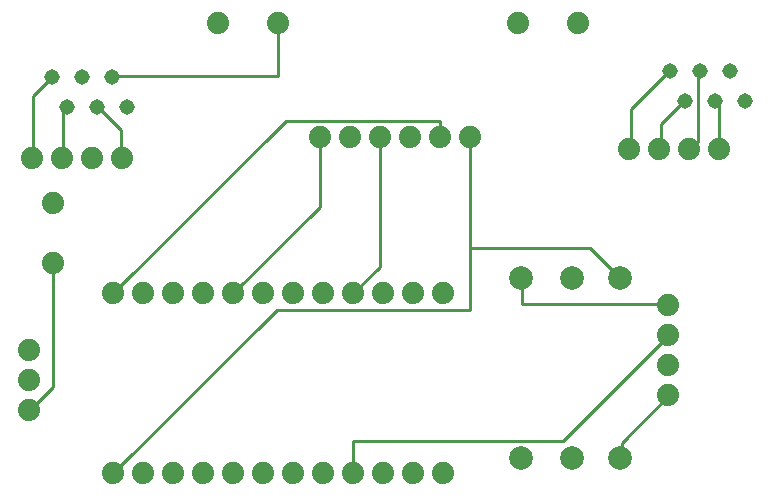
<source format=gbr>
G04 EAGLE Gerber RS-274X export*
G75*
%MOMM*%
%FSLAX34Y34*%
%LPD*%
%INTop Copper*%
%IPPOS*%
%AMOC8*
5,1,8,0,0,1.08239X$1,22.5*%
G01*
%ADD10C,1.879600*%
%ADD11C,2.000000*%
%ADD12C,1.308000*%
%ADD13C,0.254000*%


D10*
X101600Y177800D03*
X127000Y177800D03*
X152400Y177800D03*
X177800Y177800D03*
X203200Y177800D03*
X228600Y177800D03*
X254000Y177800D03*
X279400Y177800D03*
X304800Y177800D03*
X330200Y177800D03*
X355600Y177800D03*
X381000Y177800D03*
X381000Y25400D03*
X355600Y25400D03*
X330200Y25400D03*
X304800Y25400D03*
X279400Y25400D03*
X254000Y25400D03*
X228600Y25400D03*
X203200Y25400D03*
X177800Y25400D03*
X152400Y25400D03*
X127000Y25400D03*
X101600Y25400D03*
X30480Y129540D03*
X30480Y104140D03*
X30480Y78740D03*
X571500Y167640D03*
X571500Y142240D03*
X571500Y116840D03*
X571500Y91440D03*
D11*
X447040Y38100D03*
X447040Y190500D03*
X490220Y190500D03*
X490220Y38100D03*
X530860Y190500D03*
X530860Y38100D03*
D12*
X100330Y360680D03*
X74930Y360680D03*
X62230Y335280D03*
X87630Y335280D03*
X113030Y335280D03*
X49530Y360680D03*
D10*
X190500Y406400D03*
X403860Y309880D03*
X378460Y309880D03*
X353060Y309880D03*
X327660Y309880D03*
X302260Y309880D03*
X276860Y309880D03*
X50800Y254000D03*
X50800Y203200D03*
X241300Y406400D03*
D12*
X623570Y365760D03*
X598170Y365760D03*
X585470Y340360D03*
X610870Y340360D03*
X636270Y340360D03*
X572770Y365760D03*
D10*
X495300Y406400D03*
X444500Y406400D03*
X109220Y292100D03*
X83820Y292100D03*
X58420Y292100D03*
X33020Y292100D03*
X614680Y299720D03*
X589280Y299720D03*
X563880Y299720D03*
X538480Y299720D03*
D13*
X50800Y98425D02*
X31750Y79375D01*
X50800Y98425D02*
X50800Y203200D01*
X31750Y79375D02*
X30480Y78740D01*
X304800Y177800D02*
X327025Y200025D01*
X327025Y309563D01*
X327660Y309880D01*
X571500Y141288D02*
X482600Y52388D01*
X304800Y52388D01*
X304800Y25400D01*
X571500Y141288D02*
X571500Y142240D01*
X276225Y250825D02*
X203200Y177800D01*
X276225Y250825D02*
X276225Y309563D01*
X276860Y309880D01*
X247650Y323850D02*
X101600Y177800D01*
X247650Y323850D02*
X377825Y323850D01*
X377825Y311150D01*
X378460Y309880D01*
X239713Y163513D02*
X101600Y25400D01*
X239713Y163513D02*
X403225Y163513D01*
X403225Y215900D02*
X403225Y309563D01*
X403225Y215900D02*
X403225Y163513D01*
X403225Y309563D02*
X403860Y309880D01*
X504825Y215900D02*
X530225Y190500D01*
X504825Y215900D02*
X403225Y215900D01*
X530225Y190500D02*
X530860Y190500D01*
X571500Y168275D02*
X447675Y168275D01*
X447675Y190500D01*
X571500Y168275D02*
X571500Y167640D01*
X447675Y190500D02*
X447040Y190500D01*
X571500Y90488D02*
X531813Y50800D01*
X531813Y38100D01*
X571500Y90488D02*
X571500Y91440D01*
X531813Y38100D02*
X530860Y38100D01*
X241300Y361950D02*
X101600Y361950D01*
X241300Y361950D02*
X241300Y406400D01*
X101600Y361950D02*
X100330Y360680D01*
X88900Y334963D02*
X107950Y315913D01*
X107950Y292100D01*
X88900Y334963D02*
X87630Y335280D01*
X107950Y292100D02*
X109220Y292100D01*
X62230Y335280D02*
X58738Y331788D01*
X58738Y292100D01*
X58420Y292100D01*
X33338Y344488D02*
X49530Y360680D01*
X33338Y344488D02*
X33338Y292100D01*
X33020Y292100D01*
X611188Y339725D02*
X614363Y336550D01*
X614363Y300038D01*
X611188Y339725D02*
X610870Y340360D01*
X614363Y300038D02*
X614680Y299720D01*
X596900Y306388D02*
X596900Y365125D01*
X596900Y306388D02*
X590550Y300038D01*
X596900Y365125D02*
X598170Y365760D01*
X590550Y300038D02*
X589280Y299720D01*
X565150Y320675D02*
X584200Y339725D01*
X565150Y320675D02*
X565150Y300038D01*
X584200Y339725D02*
X585470Y340360D01*
X565150Y300038D02*
X563880Y299720D01*
X539750Y333375D02*
X571500Y365125D01*
X539750Y333375D02*
X539750Y300038D01*
X571500Y365125D02*
X572770Y365760D01*
X539750Y300038D02*
X538480Y299720D01*
M02*

</source>
